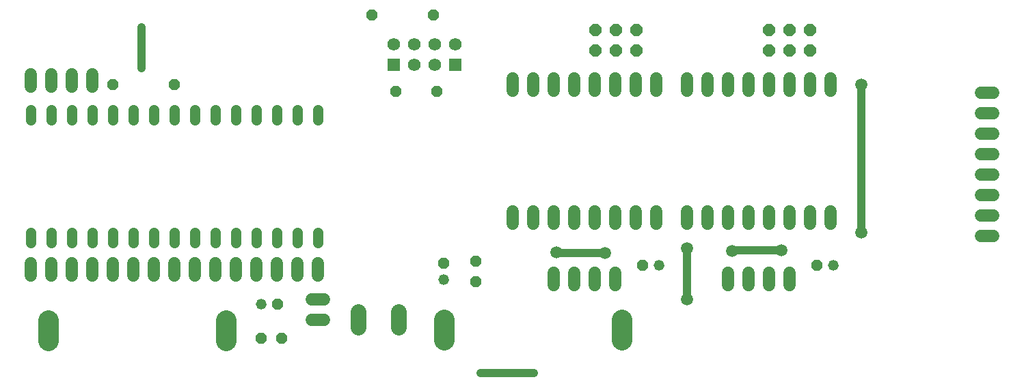
<source format=gbr>
G04 EAGLE Gerber RS-274X export*
G75*
%MOMM*%
%FSLAX34Y34*%
%LPD*%
%INTop Copper*%
%IPPOS*%
%AMOC8*
5,1,8,0,0,1.08239X$1,22.5*%
G01*
%ADD10C,1.524000*%
%ADD11C,1.308000*%
%ADD12C,1.981200*%
%ADD13P,1.649562X8X202.500000*%
%ADD14R,1.575000X1.575000*%
%ADD15C,1.575000*%
%ADD16P,1.429621X8X22.500000*%
%ADD17P,1.429621X8X202.500000*%
%ADD18C,1.320800*%
%ADD19P,1.429621X8X112.500000*%
%ADD20C,2.540000*%
%ADD21C,1.500000*%
%ADD22C,1.000000*%
%ADD23C,0.756400*%


D10*
X774700Y414020D02*
X774700Y398780D01*
X749300Y398780D02*
X749300Y414020D01*
X723900Y414020D02*
X723900Y398780D01*
X698500Y398780D02*
X698500Y414020D01*
D11*
X406400Y603060D02*
X406400Y616140D01*
X381000Y616140D02*
X381000Y603060D01*
X355600Y603060D02*
X355600Y616140D01*
X330200Y616140D02*
X330200Y603060D01*
X304800Y603060D02*
X304800Y616140D01*
X279400Y616140D02*
X279400Y603060D01*
X254000Y603060D02*
X254000Y616140D01*
X228600Y616140D02*
X228600Y603060D01*
X203200Y603060D02*
X203200Y616140D01*
X177800Y616140D02*
X177800Y603060D01*
X152400Y603060D02*
X152400Y616140D01*
X127000Y616140D02*
X127000Y603060D01*
X406400Y463740D02*
X406400Y450660D01*
X381000Y450660D02*
X381000Y463740D01*
X355600Y463740D02*
X355600Y450660D01*
X203200Y450660D02*
X203200Y463740D01*
X177800Y463740D02*
X177800Y450660D01*
X152400Y450660D02*
X152400Y463740D01*
X127000Y463740D02*
X127000Y450660D01*
X50800Y450660D02*
X50800Y463740D01*
X50800Y603060D02*
X50800Y616140D01*
X76200Y616140D02*
X76200Y603060D01*
X101600Y603060D02*
X101600Y616140D01*
X76200Y463740D02*
X76200Y450660D01*
X101600Y450660D02*
X101600Y463740D01*
X330200Y463740D02*
X330200Y450660D01*
X228600Y450660D02*
X228600Y463740D01*
X254000Y463740D02*
X254000Y450660D01*
X279400Y450660D02*
X279400Y463740D01*
X304800Y463740D02*
X304800Y450660D01*
D10*
X1228090Y637540D02*
X1243330Y637540D01*
X1243330Y612140D02*
X1228090Y612140D01*
X1228090Y586740D02*
X1243330Y586740D01*
X1243330Y561340D02*
X1228090Y561340D01*
X1228090Y535940D02*
X1243330Y535940D01*
X1243330Y510540D02*
X1228090Y510540D01*
X1228090Y485140D02*
X1243330Y485140D01*
X1243330Y459740D02*
X1228090Y459740D01*
X825500Y640080D02*
X825500Y655320D01*
X800100Y655320D02*
X800100Y640080D01*
X774700Y640080D02*
X774700Y655320D01*
X749300Y655320D02*
X749300Y640080D01*
X723900Y640080D02*
X723900Y655320D01*
X698500Y655320D02*
X698500Y640080D01*
X673100Y640080D02*
X673100Y655320D01*
X647700Y655320D02*
X647700Y640080D01*
X825500Y490220D02*
X825500Y474980D01*
X800100Y474980D02*
X800100Y490220D01*
X774700Y490220D02*
X774700Y474980D01*
X749300Y474980D02*
X749300Y490220D01*
X723900Y490220D02*
X723900Y474980D01*
X698500Y474980D02*
X698500Y490220D01*
X673100Y490220D02*
X673100Y474980D01*
X647700Y474980D02*
X647700Y490220D01*
D12*
X506476Y365506D02*
X506476Y345694D01*
X456438Y345694D02*
X456438Y365506D01*
D10*
X1041400Y640080D02*
X1041400Y655320D01*
X1016000Y655320D02*
X1016000Y640080D01*
X990600Y640080D02*
X990600Y655320D01*
X965200Y655320D02*
X965200Y640080D01*
X939800Y640080D02*
X939800Y655320D01*
X914400Y655320D02*
X914400Y640080D01*
X889000Y640080D02*
X889000Y655320D01*
X863600Y655320D02*
X863600Y640080D01*
X1041400Y490220D02*
X1041400Y474980D01*
X1016000Y474980D02*
X1016000Y490220D01*
X990600Y490220D02*
X990600Y474980D01*
X965200Y474980D02*
X965200Y490220D01*
X939800Y490220D02*
X939800Y474980D01*
X914400Y474980D02*
X914400Y490220D01*
X889000Y490220D02*
X889000Y474980D01*
X863600Y474980D02*
X863600Y490220D01*
X990600Y414020D02*
X990600Y398780D01*
X965200Y398780D02*
X965200Y414020D01*
X939800Y414020D02*
X939800Y398780D01*
X914400Y398780D02*
X914400Y414020D01*
D13*
X801370Y715010D03*
X801370Y689610D03*
X775970Y715010D03*
X775970Y689610D03*
X750570Y715010D03*
X750570Y689610D03*
X1016000Y715010D03*
X1016000Y689610D03*
X990600Y715010D03*
X990600Y689610D03*
X965200Y715010D03*
X965200Y689610D03*
D10*
X414020Y355600D02*
X398780Y355600D01*
X398780Y381000D02*
X414020Y381000D01*
D14*
X500380Y671830D03*
D15*
X525780Y671830D03*
X551180Y671830D03*
D14*
X576580Y671830D03*
D15*
X576580Y697230D03*
X551180Y697230D03*
X525780Y697230D03*
X500380Y697230D03*
D16*
X502920Y638810D03*
X553720Y638810D03*
X152400Y647700D03*
X228600Y647700D03*
X473710Y734060D03*
X549910Y734060D03*
D10*
X50800Y660400D02*
X50800Y645160D01*
X76200Y645160D02*
X76200Y660400D01*
X101600Y660400D02*
X101600Y645160D01*
X127000Y645160D02*
X127000Y660400D01*
X50800Y425450D02*
X50800Y410210D01*
X76200Y410210D02*
X76200Y425450D01*
X101600Y425450D02*
X101600Y410210D01*
X127000Y410210D02*
X127000Y425450D01*
X152400Y425450D02*
X152400Y410210D01*
X177800Y410210D02*
X177800Y425450D01*
X203200Y425450D02*
X203200Y410210D01*
X228600Y410210D02*
X228600Y425450D01*
X254000Y425450D02*
X254000Y410210D01*
X279400Y410210D02*
X279400Y425450D01*
X304800Y425450D02*
X304800Y410210D01*
X330200Y410210D02*
X330200Y425450D01*
X355600Y425450D02*
X355600Y410210D01*
X381000Y410210D02*
X381000Y425450D01*
X406400Y425450D02*
X406400Y410210D01*
D17*
X808990Y422910D03*
D18*
X829310Y422910D03*
D17*
X1024890Y422910D03*
D18*
X1045210Y422910D03*
D19*
X562610Y425450D03*
D18*
X562610Y405130D03*
D19*
X601980Y402590D03*
X601980Y427990D03*
D16*
X356870Y374650D03*
D18*
X336550Y374650D03*
D16*
X336550Y332740D03*
X361950Y332740D03*
D20*
X563118Y330200D02*
X563118Y355600D01*
X783082Y355600D02*
X783082Y330200D01*
X292862Y328930D02*
X292862Y354330D01*
X72898Y354330D02*
X72898Y328930D01*
D21*
X762000Y438150D03*
D22*
X703220Y438150D01*
X701950Y439420D01*
D21*
X701950Y439420D03*
D23*
X674370Y289560D03*
D22*
X608330Y289560D01*
D23*
X608330Y289560D03*
D21*
X863600Y444500D03*
D22*
X863600Y381000D01*
D21*
X863600Y381000D03*
X1079500Y647700D03*
D22*
X1079500Y463910D01*
D21*
X1079500Y463910D03*
X980355Y442045D03*
D22*
X921435Y442045D01*
X920080Y440690D01*
D21*
X920080Y440690D03*
D23*
X187960Y718820D03*
D22*
X187960Y668020D01*
D23*
X187960Y668020D03*
M02*

</source>
